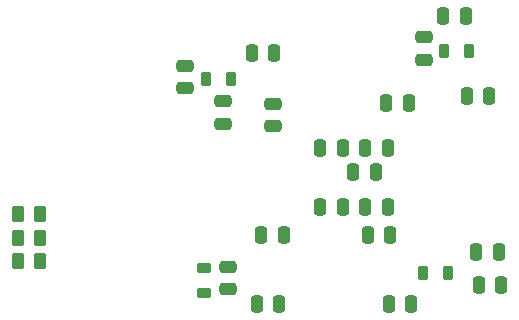
<source format=gbp>
%TF.GenerationSoftware,KiCad,Pcbnew,(6.0.5)*%
%TF.CreationDate,2025-04-13T13:17:39+02:00*%
%TF.ProjectId,LandShark,4c616e64-5368-4617-926b-2e6b69636164,rev?*%
%TF.SameCoordinates,Original*%
%TF.FileFunction,Paste,Bot*%
%TF.FilePolarity,Positive*%
%FSLAX46Y46*%
G04 Gerber Fmt 4.6, Leading zero omitted, Abs format (unit mm)*
G04 Created by KiCad (PCBNEW (6.0.5)) date 2025-04-13 13:17:39*
%MOMM*%
%LPD*%
G01*
G04 APERTURE LIST*
G04 Aperture macros list*
%AMRoundRect*
0 Rectangle with rounded corners*
0 $1 Rounding radius*
0 $2 $3 $4 $5 $6 $7 $8 $9 X,Y pos of 4 corners*
0 Add a 4 corners polygon primitive as box body*
4,1,4,$2,$3,$4,$5,$6,$7,$8,$9,$2,$3,0*
0 Add four circle primitives for the rounded corners*
1,1,$1+$1,$2,$3*
1,1,$1+$1,$4,$5*
1,1,$1+$1,$6,$7*
1,1,$1+$1,$8,$9*
0 Add four rect primitives between the rounded corners*
20,1,$1+$1,$2,$3,$4,$5,0*
20,1,$1+$1,$4,$5,$6,$7,0*
20,1,$1+$1,$6,$7,$8,$9,0*
20,1,$1+$1,$8,$9,$2,$3,0*%
G04 Aperture macros list end*
%ADD10RoundRect,0.250000X-0.475000X0.250000X-0.475000X-0.250000X0.475000X-0.250000X0.475000X0.250000X0*%
%ADD11RoundRect,0.250000X0.250000X0.475000X-0.250000X0.475000X-0.250000X-0.475000X0.250000X-0.475000X0*%
%ADD12RoundRect,0.250000X-0.250000X-0.475000X0.250000X-0.475000X0.250000X0.475000X-0.250000X0.475000X0*%
%ADD13RoundRect,0.250000X0.475000X-0.250000X0.475000X0.250000X-0.475000X0.250000X-0.475000X-0.250000X0*%
%ADD14RoundRect,0.218750X-0.381250X0.218750X-0.381250X-0.218750X0.381250X-0.218750X0.381250X0.218750X0*%
%ADD15RoundRect,0.250000X-0.262500X-0.450000X0.262500X-0.450000X0.262500X0.450000X-0.262500X0.450000X0*%
%ADD16RoundRect,0.250000X0.262500X0.450000X-0.262500X0.450000X-0.262500X-0.450000X0.262500X-0.450000X0*%
%ADD17RoundRect,0.218750X0.218750X0.381250X-0.218750X0.381250X-0.218750X-0.381250X0.218750X-0.381250X0*%
%ADD18RoundRect,0.218750X-0.218750X-0.381250X0.218750X-0.381250X0.218750X0.381250X-0.218750X0.381250X0*%
G04 APERTURE END LIST*
D10*
%TO.C,C30*%
X127600000Y-94250000D03*
X127600000Y-96150000D03*
%TD*%
D11*
%TO.C,C21*%
X137350000Y-103000000D03*
X135450000Y-103000000D03*
%TD*%
D12*
%TO.C,C34*%
X144050000Y-93600000D03*
X145950000Y-93600000D03*
%TD*%
D10*
%TO.C,C33*%
X123800000Y-108050000D03*
X123800000Y-109950000D03*
%TD*%
D11*
%TO.C,C29*%
X127750000Y-90000000D03*
X125850000Y-90000000D03*
%TD*%
D13*
%TO.C,C32*%
X123400000Y-95950000D03*
X123400000Y-94050000D03*
%TD*%
D14*
%TO.C,L4*%
X121800000Y-108137500D03*
X121800000Y-110262500D03*
%TD*%
D12*
%TO.C,C23*%
X131650000Y-103000000D03*
X133550000Y-103000000D03*
%TD*%
D11*
%TO.C,C39*%
X128150000Y-111200000D03*
X126250000Y-111200000D03*
%TD*%
%TO.C,C35*%
X136350000Y-100000000D03*
X134450000Y-100000000D03*
%TD*%
%TO.C,C24*%
X139150000Y-94200000D03*
X137250000Y-94200000D03*
%TD*%
%TO.C,C25*%
X139350000Y-111200000D03*
X137450000Y-111200000D03*
%TD*%
D13*
%TO.C,C27*%
X140400000Y-90550000D03*
X140400000Y-88650000D03*
%TD*%
D15*
%TO.C,R29*%
X106087500Y-105600000D03*
X107912500Y-105600000D03*
%TD*%
D12*
%TO.C,C38*%
X145050000Y-109600000D03*
X146950000Y-109600000D03*
%TD*%
D16*
%TO.C,R31*%
X107912500Y-107600000D03*
X106087500Y-107600000D03*
%TD*%
D12*
%TO.C,C20*%
X131650000Y-98000000D03*
X133550000Y-98000000D03*
%TD*%
%TO.C,C31*%
X144850000Y-106800000D03*
X146750000Y-106800000D03*
%TD*%
D11*
%TO.C,C22*%
X137350000Y-98000000D03*
X135450000Y-98000000D03*
%TD*%
D17*
%TO.C,L2*%
X124062500Y-92200000D03*
X121937500Y-92200000D03*
%TD*%
D10*
%TO.C,C37*%
X120200000Y-91050000D03*
X120200000Y-92950000D03*
%TD*%
D11*
%TO.C,C26*%
X137550000Y-105400000D03*
X135650000Y-105400000D03*
%TD*%
%TO.C,C36*%
X143950000Y-86800000D03*
X142050000Y-86800000D03*
%TD*%
D18*
%TO.C,L3*%
X140337500Y-108600000D03*
X142462500Y-108600000D03*
%TD*%
D16*
%TO.C,R27*%
X107912500Y-103600000D03*
X106087500Y-103600000D03*
%TD*%
D18*
%TO.C,L1*%
X142137500Y-89800000D03*
X144262500Y-89800000D03*
%TD*%
D11*
%TO.C,C28*%
X128550000Y-105400000D03*
X126650000Y-105400000D03*
%TD*%
M02*

</source>
